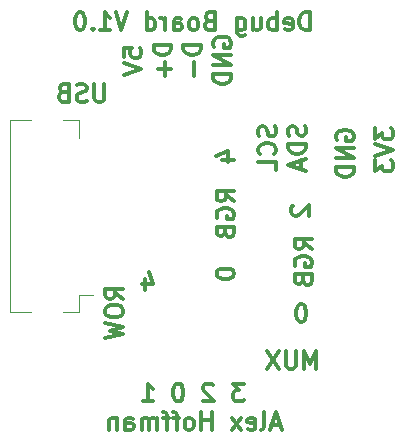
<source format=gbr>
G04 #@! TF.GenerationSoftware,KiCad,Pcbnew,5.1.5*
G04 #@! TF.CreationDate,2020-04-09T00:42:44+02:00*
G04 #@! TF.ProjectId,debug_control_board,64656275-675f-4636-9f6e-74726f6c5f62,rev?*
G04 #@! TF.SameCoordinates,Original*
G04 #@! TF.FileFunction,Legend,Bot*
G04 #@! TF.FilePolarity,Positive*
%FSLAX46Y46*%
G04 Gerber Fmt 4.6, Leading zero omitted, Abs format (unit mm)*
G04 Created by KiCad (PCBNEW 5.1.5) date 2020-04-09 00:42:44*
%MOMM*%
%LPD*%
G04 APERTURE LIST*
%ADD10C,0.300000*%
%ADD11C,0.120000*%
G04 APERTURE END LIST*
D10*
X133778571Y-83085714D02*
X134778571Y-83085714D01*
X133207142Y-82728571D02*
X134278571Y-82371428D01*
X134278571Y-83300000D01*
X134790571Y-86589285D02*
X134076285Y-86089285D01*
X134790571Y-85732142D02*
X133290571Y-85732142D01*
X133290571Y-86303571D01*
X133362000Y-86446428D01*
X133433428Y-86517857D01*
X133576285Y-86589285D01*
X133790571Y-86589285D01*
X133933428Y-86517857D01*
X134004857Y-86446428D01*
X134076285Y-86303571D01*
X134076285Y-85732142D01*
X133362000Y-88017857D02*
X133290571Y-87875000D01*
X133290571Y-87660714D01*
X133362000Y-87446428D01*
X133504857Y-87303571D01*
X133647714Y-87232142D01*
X133933428Y-87160714D01*
X134147714Y-87160714D01*
X134433428Y-87232142D01*
X134576285Y-87303571D01*
X134719142Y-87446428D01*
X134790571Y-87660714D01*
X134790571Y-87803571D01*
X134719142Y-88017857D01*
X134647714Y-88089285D01*
X134147714Y-88089285D01*
X134147714Y-87803571D01*
X134004857Y-89232142D02*
X134076285Y-89446428D01*
X134147714Y-89517857D01*
X134290571Y-89589285D01*
X134504857Y-89589285D01*
X134647714Y-89517857D01*
X134719142Y-89446428D01*
X134790571Y-89303571D01*
X134790571Y-88732142D01*
X133290571Y-88732142D01*
X133290571Y-89232142D01*
X133362000Y-89375000D01*
X133433428Y-89446428D01*
X133576285Y-89517857D01*
X133719142Y-89517857D01*
X133862000Y-89446428D01*
X133933428Y-89375000D01*
X134004857Y-89232142D01*
X134004857Y-88732142D01*
X133290571Y-92781428D02*
X133290571Y-92638571D01*
X133362000Y-92495714D01*
X133433428Y-92424285D01*
X133576285Y-92352857D01*
X133862000Y-92281428D01*
X134219142Y-92281428D01*
X134504857Y-92352857D01*
X134647714Y-92424285D01*
X134719142Y-92495714D01*
X134790571Y-92638571D01*
X134790571Y-92781428D01*
X134719142Y-92924285D01*
X134647714Y-92995714D01*
X134504857Y-93067142D01*
X134219142Y-93138571D01*
X133862000Y-93138571D01*
X133576285Y-93067142D01*
X133433428Y-92995714D01*
X133362000Y-92924285D01*
X133290571Y-92781428D01*
X127214285Y-93128571D02*
X127214285Y-94128571D01*
X127571428Y-92557142D02*
X127928571Y-93628571D01*
X127000000Y-93628571D01*
X125378571Y-94833428D02*
X124664285Y-94333428D01*
X125378571Y-93976285D02*
X123878571Y-93976285D01*
X123878571Y-94547714D01*
X123950000Y-94690571D01*
X124021428Y-94762000D01*
X124164285Y-94833428D01*
X124378571Y-94833428D01*
X124521428Y-94762000D01*
X124592857Y-94690571D01*
X124664285Y-94547714D01*
X124664285Y-93976285D01*
X123878571Y-95762000D02*
X123878571Y-96047714D01*
X123950000Y-96190571D01*
X124092857Y-96333428D01*
X124378571Y-96404857D01*
X124878571Y-96404857D01*
X125164285Y-96333428D01*
X125307142Y-96190571D01*
X125378571Y-96047714D01*
X125378571Y-95762000D01*
X125307142Y-95619142D01*
X125164285Y-95476285D01*
X124878571Y-95404857D01*
X124378571Y-95404857D01*
X124092857Y-95476285D01*
X123950000Y-95619142D01*
X123878571Y-95762000D01*
X123878571Y-96904857D02*
X125378571Y-97262000D01*
X124307142Y-97547714D01*
X125378571Y-97833428D01*
X123878571Y-98190571D01*
X127071428Y-103528571D02*
X127928571Y-103528571D01*
X127500000Y-103528571D02*
X127500000Y-102028571D01*
X127642857Y-102242857D01*
X127785714Y-102385714D01*
X127928571Y-102457142D01*
X130119428Y-102028571D02*
X129976571Y-102028571D01*
X129833714Y-102100000D01*
X129762285Y-102171428D01*
X129690857Y-102314285D01*
X129619428Y-102600000D01*
X129619428Y-102957142D01*
X129690857Y-103242857D01*
X129762285Y-103385714D01*
X129833714Y-103457142D01*
X129976571Y-103528571D01*
X130119428Y-103528571D01*
X130262285Y-103457142D01*
X130333714Y-103385714D01*
X130405142Y-103242857D01*
X130476571Y-102957142D01*
X130476571Y-102600000D01*
X130405142Y-102314285D01*
X130333714Y-102171428D01*
X130262285Y-102100000D01*
X130119428Y-102028571D01*
X133016571Y-102171428D02*
X132945142Y-102100000D01*
X132802285Y-102028571D01*
X132445142Y-102028571D01*
X132302285Y-102100000D01*
X132230857Y-102171428D01*
X132159428Y-102314285D01*
X132159428Y-102457142D01*
X132230857Y-102671428D01*
X133088000Y-103528571D01*
X132159428Y-103528571D01*
X135625000Y-102028571D02*
X134696428Y-102028571D01*
X135196428Y-102600000D01*
X134982142Y-102600000D01*
X134839285Y-102671428D01*
X134767857Y-102742857D01*
X134696428Y-102885714D01*
X134696428Y-103242857D01*
X134767857Y-103385714D01*
X134839285Y-103457142D01*
X134982142Y-103528571D01*
X135410714Y-103528571D01*
X135553571Y-103457142D01*
X135625000Y-103385714D01*
X141725000Y-100778571D02*
X141725000Y-99278571D01*
X141225000Y-100350000D01*
X140725000Y-99278571D01*
X140725000Y-100778571D01*
X140010714Y-99278571D02*
X140010714Y-100492857D01*
X139939285Y-100635714D01*
X139867857Y-100707142D01*
X139725000Y-100778571D01*
X139439285Y-100778571D01*
X139296428Y-100707142D01*
X139225000Y-100635714D01*
X139153571Y-100492857D01*
X139153571Y-99278571D01*
X138582142Y-99278571D02*
X137582142Y-100778571D01*
X137582142Y-99278571D02*
X138582142Y-100778571D01*
X123792857Y-76648571D02*
X123792857Y-77862857D01*
X123721428Y-78005714D01*
X123650000Y-78077142D01*
X123507142Y-78148571D01*
X123221428Y-78148571D01*
X123078571Y-78077142D01*
X123007142Y-78005714D01*
X122935714Y-77862857D01*
X122935714Y-76648571D01*
X122292857Y-78077142D02*
X122078571Y-78148571D01*
X121721428Y-78148571D01*
X121578571Y-78077142D01*
X121507142Y-78005714D01*
X121435714Y-77862857D01*
X121435714Y-77720000D01*
X121507142Y-77577142D01*
X121578571Y-77505714D01*
X121721428Y-77434285D01*
X122007142Y-77362857D01*
X122150000Y-77291428D01*
X122221428Y-77220000D01*
X122292857Y-77077142D01*
X122292857Y-76934285D01*
X122221428Y-76791428D01*
X122150000Y-76720000D01*
X122007142Y-76648571D01*
X121650000Y-76648571D01*
X121435714Y-76720000D01*
X120292857Y-77362857D02*
X120078571Y-77434285D01*
X120007142Y-77505714D01*
X119935714Y-77648571D01*
X119935714Y-77862857D01*
X120007142Y-78005714D01*
X120078571Y-78077142D01*
X120221428Y-78148571D01*
X120792857Y-78148571D01*
X120792857Y-76648571D01*
X120292857Y-76648571D01*
X120150000Y-76720000D01*
X120078571Y-76791428D01*
X120007142Y-76934285D01*
X120007142Y-77077142D01*
X120078571Y-77220000D01*
X120150000Y-77291428D01*
X120292857Y-77362857D01*
X120792857Y-77362857D01*
X125416571Y-74364285D02*
X125416571Y-73650000D01*
X126130857Y-73578571D01*
X126059428Y-73650000D01*
X125988000Y-73792857D01*
X125988000Y-74150000D01*
X126059428Y-74292857D01*
X126130857Y-74364285D01*
X126273714Y-74435714D01*
X126630857Y-74435714D01*
X126773714Y-74364285D01*
X126845142Y-74292857D01*
X126916571Y-74150000D01*
X126916571Y-73792857D01*
X126845142Y-73650000D01*
X126773714Y-73578571D01*
X125416571Y-74864285D02*
X126916571Y-75364285D01*
X125416571Y-75864285D01*
X129453571Y-73328571D02*
X127953571Y-73328571D01*
X127953571Y-73685714D01*
X128025000Y-73900000D01*
X128167857Y-74042857D01*
X128310714Y-74114285D01*
X128596428Y-74185714D01*
X128810714Y-74185714D01*
X129096428Y-74114285D01*
X129239285Y-74042857D01*
X129382142Y-73900000D01*
X129453571Y-73685714D01*
X129453571Y-73328571D01*
X128882142Y-74828571D02*
X128882142Y-75971428D01*
X129453571Y-75400000D02*
X128310714Y-75400000D01*
X131978571Y-73328571D02*
X130478571Y-73328571D01*
X130478571Y-73685714D01*
X130550000Y-73900000D01*
X130692857Y-74042857D01*
X130835714Y-74114285D01*
X131121428Y-74185714D01*
X131335714Y-74185714D01*
X131621428Y-74114285D01*
X131764285Y-74042857D01*
X131907142Y-73900000D01*
X131978571Y-73685714D01*
X131978571Y-73328571D01*
X131407142Y-74828571D02*
X131407142Y-75971428D01*
X133100000Y-73507142D02*
X133028571Y-73364285D01*
X133028571Y-73150000D01*
X133100000Y-72935714D01*
X133242857Y-72792857D01*
X133385714Y-72721428D01*
X133671428Y-72650000D01*
X133885714Y-72650000D01*
X134171428Y-72721428D01*
X134314285Y-72792857D01*
X134457142Y-72935714D01*
X134528571Y-73150000D01*
X134528571Y-73292857D01*
X134457142Y-73507142D01*
X134385714Y-73578571D01*
X133885714Y-73578571D01*
X133885714Y-73292857D01*
X134528571Y-74221428D02*
X133028571Y-74221428D01*
X134528571Y-75078571D01*
X133028571Y-75078571D01*
X134528571Y-75792857D02*
X133028571Y-75792857D01*
X133028571Y-76150000D01*
X133100000Y-76364285D01*
X133242857Y-76507142D01*
X133385714Y-76578571D01*
X133671428Y-76650000D01*
X133885714Y-76650000D01*
X134171428Y-76578571D01*
X134314285Y-76507142D01*
X134457142Y-76364285D01*
X134528571Y-76150000D01*
X134528571Y-75792857D01*
X146728571Y-80417857D02*
X146728571Y-81346428D01*
X147300000Y-80846428D01*
X147300000Y-81060714D01*
X147371428Y-81203571D01*
X147442857Y-81275000D01*
X147585714Y-81346428D01*
X147942857Y-81346428D01*
X148085714Y-81275000D01*
X148157142Y-81203571D01*
X148228571Y-81060714D01*
X148228571Y-80632142D01*
X148157142Y-80489285D01*
X148085714Y-80417857D01*
X146728571Y-81775000D02*
X148228571Y-82275000D01*
X146728571Y-82775000D01*
X146728571Y-83132142D02*
X146728571Y-84060714D01*
X147300000Y-83560714D01*
X147300000Y-83775000D01*
X147371428Y-83917857D01*
X147442857Y-83989285D01*
X147585714Y-84060714D01*
X147942857Y-84060714D01*
X148085714Y-83989285D01*
X148157142Y-83917857D01*
X148228571Y-83775000D01*
X148228571Y-83346428D01*
X148157142Y-83203571D01*
X148085714Y-83132142D01*
X143500000Y-81382142D02*
X143428571Y-81239285D01*
X143428571Y-81025000D01*
X143500000Y-80810714D01*
X143642857Y-80667857D01*
X143785714Y-80596428D01*
X144071428Y-80525000D01*
X144285714Y-80525000D01*
X144571428Y-80596428D01*
X144714285Y-80667857D01*
X144857142Y-80810714D01*
X144928571Y-81025000D01*
X144928571Y-81167857D01*
X144857142Y-81382142D01*
X144785714Y-81453571D01*
X144285714Y-81453571D01*
X144285714Y-81167857D01*
X144928571Y-82096428D02*
X143428571Y-82096428D01*
X144928571Y-82953571D01*
X143428571Y-82953571D01*
X144928571Y-83667857D02*
X143428571Y-83667857D01*
X143428571Y-84025000D01*
X143500000Y-84239285D01*
X143642857Y-84382142D01*
X143785714Y-84453571D01*
X144071428Y-84525000D01*
X144285714Y-84525000D01*
X144571428Y-84453571D01*
X144714285Y-84382142D01*
X144857142Y-84239285D01*
X144928571Y-84025000D01*
X144928571Y-83667857D01*
X138257142Y-80239285D02*
X138328571Y-80453571D01*
X138328571Y-80810714D01*
X138257142Y-80953571D01*
X138185714Y-81025000D01*
X138042857Y-81096428D01*
X137900000Y-81096428D01*
X137757142Y-81025000D01*
X137685714Y-80953571D01*
X137614285Y-80810714D01*
X137542857Y-80525000D01*
X137471428Y-80382142D01*
X137400000Y-80310714D01*
X137257142Y-80239285D01*
X137114285Y-80239285D01*
X136971428Y-80310714D01*
X136900000Y-80382142D01*
X136828571Y-80525000D01*
X136828571Y-80882142D01*
X136900000Y-81096428D01*
X138185714Y-82596428D02*
X138257142Y-82525000D01*
X138328571Y-82310714D01*
X138328571Y-82167857D01*
X138257142Y-81953571D01*
X138114285Y-81810714D01*
X137971428Y-81739285D01*
X137685714Y-81667857D01*
X137471428Y-81667857D01*
X137185714Y-81739285D01*
X137042857Y-81810714D01*
X136900000Y-81953571D01*
X136828571Y-82167857D01*
X136828571Y-82310714D01*
X136900000Y-82525000D01*
X136971428Y-82596428D01*
X138328571Y-83953571D02*
X138328571Y-83239285D01*
X136828571Y-83239285D01*
X140782142Y-80203571D02*
X140853571Y-80417857D01*
X140853571Y-80775000D01*
X140782142Y-80917857D01*
X140710714Y-80989285D01*
X140567857Y-81060714D01*
X140425000Y-81060714D01*
X140282142Y-80989285D01*
X140210714Y-80917857D01*
X140139285Y-80775000D01*
X140067857Y-80489285D01*
X139996428Y-80346428D01*
X139925000Y-80275000D01*
X139782142Y-80203571D01*
X139639285Y-80203571D01*
X139496428Y-80275000D01*
X139425000Y-80346428D01*
X139353571Y-80489285D01*
X139353571Y-80846428D01*
X139425000Y-81060714D01*
X140853571Y-81703571D02*
X139353571Y-81703571D01*
X139353571Y-82060714D01*
X139425000Y-82275000D01*
X139567857Y-82417857D01*
X139710714Y-82489285D01*
X139996428Y-82560714D01*
X140210714Y-82560714D01*
X140496428Y-82489285D01*
X140639285Y-82417857D01*
X140782142Y-82275000D01*
X140853571Y-82060714D01*
X140853571Y-81703571D01*
X140425000Y-83132142D02*
X140425000Y-83846428D01*
X140853571Y-82989285D02*
X139353571Y-83489285D01*
X140853571Y-83989285D01*
X139771428Y-86946428D02*
X139700000Y-87017857D01*
X139628571Y-87160714D01*
X139628571Y-87517857D01*
X139700000Y-87660714D01*
X139771428Y-87732142D01*
X139914285Y-87803571D01*
X140057142Y-87803571D01*
X140271428Y-87732142D01*
X141128571Y-86875000D01*
X141128571Y-87803571D01*
X141394571Y-90639285D02*
X140680285Y-90139285D01*
X141394571Y-89782142D02*
X139894571Y-89782142D01*
X139894571Y-90353571D01*
X139966000Y-90496428D01*
X140037428Y-90567857D01*
X140180285Y-90639285D01*
X140394571Y-90639285D01*
X140537428Y-90567857D01*
X140608857Y-90496428D01*
X140680285Y-90353571D01*
X140680285Y-89782142D01*
X139966000Y-92067857D02*
X139894571Y-91925000D01*
X139894571Y-91710714D01*
X139966000Y-91496428D01*
X140108857Y-91353571D01*
X140251714Y-91282142D01*
X140537428Y-91210714D01*
X140751714Y-91210714D01*
X141037428Y-91282142D01*
X141180285Y-91353571D01*
X141323142Y-91496428D01*
X141394571Y-91710714D01*
X141394571Y-91853571D01*
X141323142Y-92067857D01*
X141251714Y-92139285D01*
X140751714Y-92139285D01*
X140751714Y-91853571D01*
X140608857Y-93282142D02*
X140680285Y-93496428D01*
X140751714Y-93567857D01*
X140894571Y-93639285D01*
X141108857Y-93639285D01*
X141251714Y-93567857D01*
X141323142Y-93496428D01*
X141394571Y-93353571D01*
X141394571Y-92782142D01*
X139894571Y-92782142D01*
X139894571Y-93282142D01*
X139966000Y-93425000D01*
X140037428Y-93496428D01*
X140180285Y-93567857D01*
X140323142Y-93567857D01*
X140466000Y-93496428D01*
X140537428Y-93425000D01*
X140608857Y-93282142D01*
X140608857Y-92782142D01*
X140521428Y-96821428D02*
X140378571Y-96821428D01*
X140235714Y-96750000D01*
X140164285Y-96678571D01*
X140092857Y-96535714D01*
X140021428Y-96250000D01*
X140021428Y-95892857D01*
X140092857Y-95607142D01*
X140164285Y-95464285D01*
X140235714Y-95392857D01*
X140378571Y-95321428D01*
X140521428Y-95321428D01*
X140664285Y-95392857D01*
X140735714Y-95464285D01*
X140807142Y-95607142D01*
X140878571Y-95892857D01*
X140878571Y-96250000D01*
X140807142Y-96535714D01*
X140735714Y-96678571D01*
X140664285Y-96750000D01*
X140521428Y-96821428D01*
X138650000Y-105500000D02*
X137935714Y-105500000D01*
X138792857Y-105928571D02*
X138292857Y-104428571D01*
X137792857Y-105928571D01*
X137078571Y-105928571D02*
X137221428Y-105857142D01*
X137292857Y-105714285D01*
X137292857Y-104428571D01*
X135935714Y-105857142D02*
X136078571Y-105928571D01*
X136364285Y-105928571D01*
X136507142Y-105857142D01*
X136578571Y-105714285D01*
X136578571Y-105142857D01*
X136507142Y-105000000D01*
X136364285Y-104928571D01*
X136078571Y-104928571D01*
X135935714Y-105000000D01*
X135864285Y-105142857D01*
X135864285Y-105285714D01*
X136578571Y-105428571D01*
X135364285Y-105928571D02*
X134578571Y-104928571D01*
X135364285Y-104928571D02*
X134578571Y-105928571D01*
X132864285Y-105928571D02*
X132864285Y-104428571D01*
X132864285Y-105142857D02*
X132007142Y-105142857D01*
X132007142Y-105928571D02*
X132007142Y-104428571D01*
X131078571Y-105928571D02*
X131221428Y-105857142D01*
X131292857Y-105785714D01*
X131364285Y-105642857D01*
X131364285Y-105214285D01*
X131292857Y-105071428D01*
X131221428Y-105000000D01*
X131078571Y-104928571D01*
X130864285Y-104928571D01*
X130721428Y-105000000D01*
X130650000Y-105071428D01*
X130578571Y-105214285D01*
X130578571Y-105642857D01*
X130650000Y-105785714D01*
X130721428Y-105857142D01*
X130864285Y-105928571D01*
X131078571Y-105928571D01*
X130150000Y-104928571D02*
X129578571Y-104928571D01*
X129935714Y-105928571D02*
X129935714Y-104642857D01*
X129864285Y-104500000D01*
X129721428Y-104428571D01*
X129578571Y-104428571D01*
X129292857Y-104928571D02*
X128721428Y-104928571D01*
X129078571Y-105928571D02*
X129078571Y-104642857D01*
X129007142Y-104500000D01*
X128864285Y-104428571D01*
X128721428Y-104428571D01*
X128221428Y-105928571D02*
X128221428Y-104928571D01*
X128221428Y-105071428D02*
X128150000Y-105000000D01*
X128007142Y-104928571D01*
X127792857Y-104928571D01*
X127650000Y-105000000D01*
X127578571Y-105142857D01*
X127578571Y-105928571D01*
X127578571Y-105142857D02*
X127507142Y-105000000D01*
X127364285Y-104928571D01*
X127150000Y-104928571D01*
X127007142Y-105000000D01*
X126935714Y-105142857D01*
X126935714Y-105928571D01*
X125578571Y-105928571D02*
X125578571Y-105142857D01*
X125650000Y-105000000D01*
X125792857Y-104928571D01*
X126078571Y-104928571D01*
X126221428Y-105000000D01*
X125578571Y-105857142D02*
X125721428Y-105928571D01*
X126078571Y-105928571D01*
X126221428Y-105857142D01*
X126292857Y-105714285D01*
X126292857Y-105571428D01*
X126221428Y-105428571D01*
X126078571Y-105357142D01*
X125721428Y-105357142D01*
X125578571Y-105285714D01*
X124864285Y-104928571D02*
X124864285Y-105928571D01*
X124864285Y-105071428D02*
X124792857Y-105000000D01*
X124650000Y-104928571D01*
X124435714Y-104928571D01*
X124292857Y-105000000D01*
X124221428Y-105142857D01*
X124221428Y-105928571D01*
X141164285Y-72103571D02*
X141164285Y-70603571D01*
X140807142Y-70603571D01*
X140592857Y-70675000D01*
X140450000Y-70817857D01*
X140378571Y-70960714D01*
X140307142Y-71246428D01*
X140307142Y-71460714D01*
X140378571Y-71746428D01*
X140450000Y-71889285D01*
X140592857Y-72032142D01*
X140807142Y-72103571D01*
X141164285Y-72103571D01*
X139092857Y-72032142D02*
X139235714Y-72103571D01*
X139521428Y-72103571D01*
X139664285Y-72032142D01*
X139735714Y-71889285D01*
X139735714Y-71317857D01*
X139664285Y-71175000D01*
X139521428Y-71103571D01*
X139235714Y-71103571D01*
X139092857Y-71175000D01*
X139021428Y-71317857D01*
X139021428Y-71460714D01*
X139735714Y-71603571D01*
X138378571Y-72103571D02*
X138378571Y-70603571D01*
X138378571Y-71175000D02*
X138235714Y-71103571D01*
X137950000Y-71103571D01*
X137807142Y-71175000D01*
X137735714Y-71246428D01*
X137664285Y-71389285D01*
X137664285Y-71817857D01*
X137735714Y-71960714D01*
X137807142Y-72032142D01*
X137950000Y-72103571D01*
X138235714Y-72103571D01*
X138378571Y-72032142D01*
X136378571Y-71103571D02*
X136378571Y-72103571D01*
X137021428Y-71103571D02*
X137021428Y-71889285D01*
X136950000Y-72032142D01*
X136807142Y-72103571D01*
X136592857Y-72103571D01*
X136450000Y-72032142D01*
X136378571Y-71960714D01*
X135021428Y-71103571D02*
X135021428Y-72317857D01*
X135092857Y-72460714D01*
X135164285Y-72532142D01*
X135307142Y-72603571D01*
X135521428Y-72603571D01*
X135664285Y-72532142D01*
X135021428Y-72032142D02*
X135164285Y-72103571D01*
X135450000Y-72103571D01*
X135592857Y-72032142D01*
X135664285Y-71960714D01*
X135735714Y-71817857D01*
X135735714Y-71389285D01*
X135664285Y-71246428D01*
X135592857Y-71175000D01*
X135450000Y-71103571D01*
X135164285Y-71103571D01*
X135021428Y-71175000D01*
X132664285Y-71317857D02*
X132450000Y-71389285D01*
X132378571Y-71460714D01*
X132307142Y-71603571D01*
X132307142Y-71817857D01*
X132378571Y-71960714D01*
X132450000Y-72032142D01*
X132592857Y-72103571D01*
X133164285Y-72103571D01*
X133164285Y-70603571D01*
X132664285Y-70603571D01*
X132521428Y-70675000D01*
X132450000Y-70746428D01*
X132378571Y-70889285D01*
X132378571Y-71032142D01*
X132450000Y-71175000D01*
X132521428Y-71246428D01*
X132664285Y-71317857D01*
X133164285Y-71317857D01*
X131450000Y-72103571D02*
X131592857Y-72032142D01*
X131664285Y-71960714D01*
X131735714Y-71817857D01*
X131735714Y-71389285D01*
X131664285Y-71246428D01*
X131592857Y-71175000D01*
X131450000Y-71103571D01*
X131235714Y-71103571D01*
X131092857Y-71175000D01*
X131021428Y-71246428D01*
X130950000Y-71389285D01*
X130950000Y-71817857D01*
X131021428Y-71960714D01*
X131092857Y-72032142D01*
X131235714Y-72103571D01*
X131450000Y-72103571D01*
X129664285Y-72103571D02*
X129664285Y-71317857D01*
X129735714Y-71175000D01*
X129878571Y-71103571D01*
X130164285Y-71103571D01*
X130307142Y-71175000D01*
X129664285Y-72032142D02*
X129807142Y-72103571D01*
X130164285Y-72103571D01*
X130307142Y-72032142D01*
X130378571Y-71889285D01*
X130378571Y-71746428D01*
X130307142Y-71603571D01*
X130164285Y-71532142D01*
X129807142Y-71532142D01*
X129664285Y-71460714D01*
X128950000Y-72103571D02*
X128950000Y-71103571D01*
X128950000Y-71389285D02*
X128878571Y-71246428D01*
X128807142Y-71175000D01*
X128664285Y-71103571D01*
X128521428Y-71103571D01*
X127378571Y-72103571D02*
X127378571Y-70603571D01*
X127378571Y-72032142D02*
X127521428Y-72103571D01*
X127807142Y-72103571D01*
X127950000Y-72032142D01*
X128021428Y-71960714D01*
X128092857Y-71817857D01*
X128092857Y-71389285D01*
X128021428Y-71246428D01*
X127950000Y-71175000D01*
X127807142Y-71103571D01*
X127521428Y-71103571D01*
X127378571Y-71175000D01*
X125735714Y-70603571D02*
X125235714Y-72103571D01*
X124735714Y-70603571D01*
X123450000Y-72103571D02*
X124307142Y-72103571D01*
X123878571Y-72103571D02*
X123878571Y-70603571D01*
X124021428Y-70817857D01*
X124164285Y-70960714D01*
X124307142Y-71032142D01*
X122807142Y-71960714D02*
X122735714Y-72032142D01*
X122807142Y-72103571D01*
X122878571Y-72032142D01*
X122807142Y-71960714D01*
X122807142Y-72103571D01*
X121807142Y-70603571D02*
X121664285Y-70603571D01*
X121521428Y-70675000D01*
X121450000Y-70746428D01*
X121378571Y-70889285D01*
X121307142Y-71175000D01*
X121307142Y-71532142D01*
X121378571Y-71817857D01*
X121450000Y-71960714D01*
X121521428Y-72032142D01*
X121664285Y-72103571D01*
X121807142Y-72103571D01*
X121950000Y-72032142D01*
X122021428Y-71960714D01*
X122092857Y-71817857D01*
X122164285Y-71532142D01*
X122164285Y-71175000D01*
X122092857Y-70889285D01*
X122021428Y-70746428D01*
X121950000Y-70675000D01*
X121807142Y-70603571D01*
D11*
X121630000Y-94510000D02*
X121630000Y-96000000D01*
X121630000Y-96000000D02*
X120290000Y-96000000D01*
X121630000Y-81190000D02*
X121630000Y-79700000D01*
X121630000Y-79700000D02*
X120290000Y-79700000D01*
X117570000Y-96000000D02*
X115830000Y-96000000D01*
X115830000Y-96000000D02*
X115830000Y-79700000D01*
X115830000Y-79700000D02*
X117570000Y-79700000D01*
X121630000Y-94510000D02*
X122830000Y-94510000D01*
M02*

</source>
